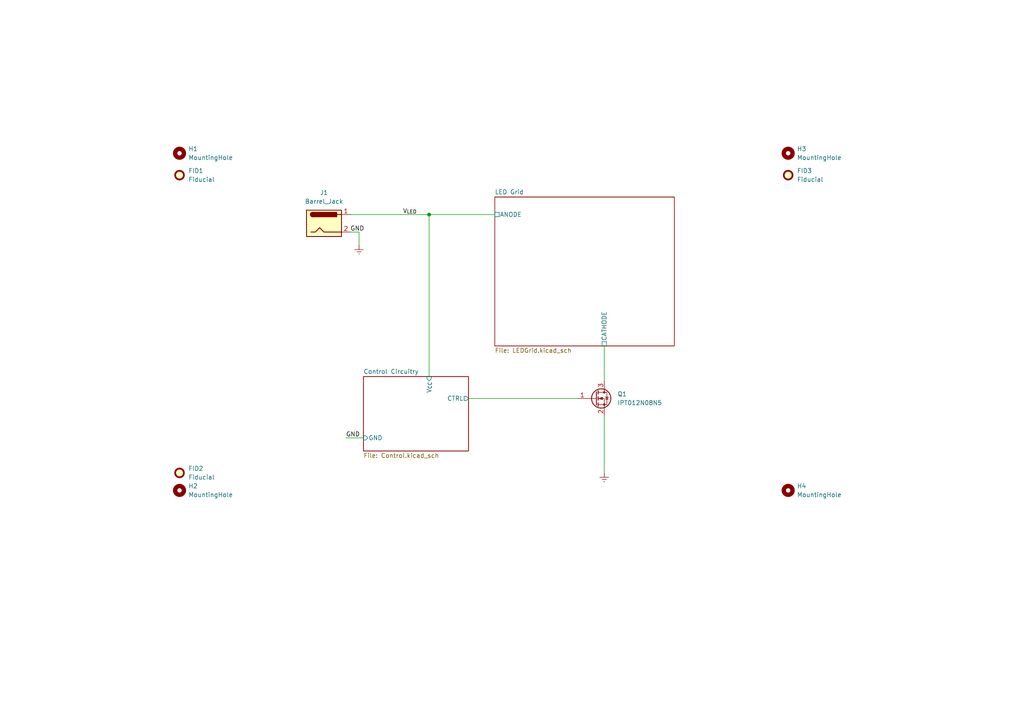
<source format=kicad_sch>
(kicad_sch (version 20211123) (generator eeschema)
  (paper "A4")
  (lib_symbols
    (symbol "Connector:Barrel_Jack" (pin_names (offset 1.016))
      (property "Reference" "J" (at 0 5.334 0))
      (property "Value" "Barrel_Jack" (at 0 -5.08 0))
      (symbol "Barrel_Jack_0_1"
        (rectangle (start -5.08 3.81) (end 5.08 -3.81) (stroke (width 0.254)) (fill (type background)))
        (arc (start -3.302 3.175) (mid -3.937 2.54) (end -3.302 1.905) (stroke (width 0.254)))
        (arc (start -3.302 3.175) (mid -3.937 2.54) (end -3.302 1.905) (stroke (width 0.254)) (fill (type outline)))
        (polyline (pts (xy 5.08 2.54) (xy 3.81 2.54)) (stroke (width 0.254)))
        (polyline (pts (xy -3.81 -2.54) (xy -2.54 -2.54) (xy -1.27 -1.27) (xy 0 -2.54) (xy 2.54 -2.54) (xy 5.08 -2.54)) (stroke (width 0.254)))
        (rectangle (start 3.683 3.175) (end -3.302 1.905) (stroke (width 0.254)) (fill (type outline)))
      )
      (symbol "Barrel_Jack_1_1"
        (pin passive line (at 7.62 2.54 180) (length 2.54) (name "~") (number "1"))
        (pin passive line (at 7.62 -2.54 180) (length 2.54) (name "~") (number "2"))
      )
    )
    (symbol "Mechanical:Fiducial"
      (property "Reference" "FID" (at 0 5.08 0))
      (property "Value" "Fiducial" (at 0 3.175 0))
      (symbol "Fiducial_0_1"
        (circle (center 0 0) (radius 1.27) (stroke (width 0.508)) (fill (type background)))
      )
    )
    (symbol "Mechanical:MountingHole" (pin_names (offset 1.016))
      (property "Reference" "H" (at 0 5.08 0))
      (property "Value" "MountingHole" (at 0 3.175 0))
      (symbol "MountingHole_0_1"
        (circle (center 0 0) (radius 1.27) (stroke (width 1.27)))
      )
    )
    (symbol "Transistor_FET:IPT012N08N5" (pin_names hide)
      (property "Reference" "Q" (at 5.08 1.905 0))
      (property "Value" "IPT012N08N5" (at 5.08 0 0))
      (symbol "IPT012N08N5_0_1"
        (polyline (pts (xy 0.254 0) (xy -2.54 0)))
        (polyline (pts (xy 0.254 1.905) (xy 0.254 -1.905)) (stroke (width 0.254)))
        (polyline (pts (xy 0.762 -1.27) (xy 0.762 -2.286)) (stroke (width 0.254)))
        (polyline (pts (xy 0.762 0.508) (xy 0.762 -0.508)) (stroke (width 0.254)))
        (polyline (pts (xy 0.762 2.286) (xy 0.762 1.27)) (stroke (width 0.254)))
        (polyline (pts (xy 2.54 2.54) (xy 2.54 1.778)))
        (polyline (pts (xy 2.54 -2.54) (xy 2.54 0) (xy 0.762 0)))
        (polyline (pts (xy 0.762 -1.778) (xy 3.302 -1.778) (xy 3.302 1.778) (xy 0.762 1.778)))
        (polyline (pts (xy 1.016 0) (xy 2.032 0.381) (xy 2.032 -0.381) (xy 1.016 0)) (fill (type outline)))
        (polyline (pts (xy 2.794 0.508) (xy 2.921 0.381) (xy 3.683 0.381) (xy 3.81 0.254)))
        (polyline (pts (xy 3.302 0.381) (xy 2.921 -0.254) (xy 3.683 -0.254) (xy 3.302 0.381)))
        (circle (center 1.651 0) (radius 2.794) (stroke (width 0.254)))
        (circle (center 2.54 -1.778) (radius 0.254) (fill (type outline)))
        (circle (center 2.54 1.778) (radius 0.254) (fill (type outline)))
      )
      (symbol "IPT012N08N5_1_1"
        (pin input line (at -5.08 0 0) (length 2.54) (name "G") (number "1"))
        (pin passive line (at 2.54 -5.08 90) (length 2.54) (name "S") (number "2"))
        (pin passive line (at 2.54 5.08 270) (length 2.54) (name "D") (number "3"))
      )
    )
    (symbol "power:Earth" (power) (pin_names (offset 0))
      (symbol "Earth_0_1"
        (polyline (pts (xy -0.635 -1.905) (xy 0.635 -1.905)))
        (polyline (pts (xy -0.127 -2.54) (xy 0.127 -2.54)))
        (polyline (pts (xy 0 -1.27) (xy 0 0)))
        (polyline (pts (xy 1.27 -1.27) (xy -1.27 -1.27)))
      )
      (symbol "Earth_1_1"
        (pin power_in line (at 0 0 270) (length 0) hide (name "Earth") (number "1"))
      )
    )
  )
  (junction (at 124.46 62.23))
  (wire (pts (xy 175.26 120.65) (xy 175.26 137.16)))
  (wire (pts (xy 104.14 67.31) (xy 104.14 71.12)))
  (wire (pts (xy 101.6 62.23) (xy 124.46 62.23)))
  (wire (pts (xy 135.89 115.57) (xy 167.64 115.57)))
  (wire (pts (xy 101.6 67.31) (xy 104.14 67.31)))
  (wire (pts (xy 124.46 62.23) (xy 143.51 62.23)))
  (wire (pts (xy 124.46 109.22) (xy 124.46 62.23)))
  (wire (pts (xy 100.33 127) (xy 105.41 127)))
  (wire (pts (xy 175.26 100.33) (xy 175.26 110.49)))
  (label "GND" (at 101.6 67.31 0))
  (label "V_{LED}" (at 116.84 62.23 0))
  (label "GND" (at 100.33 127 0))
  (symbol (lib_id "Mechanical:Fiducial") (at 52.07 137.16 0) (unit 1)
    (property "Reference" "FID2" (at 54.61 135.8899 0) (effects (justify left)))
    (property "Value" "Fiducial" (at 54.61 138.4299 0) (effects (justify left)))
    (property "Footprint" "Fiducial:Fiducial_1mm_Mask2mm" (effects hide))
  )
  (symbol (lib_id "Transistor_FET:IPT012N08N5") (at 172.72 115.57 0) (unit 1)
    (property "Reference" "Q1" (at 179.07 114.2999 0) (effects (justify left)))
    (property "Value" "IPT012N08N5" (at 179.07 116.8399 0) (effects (justify left)))
    (property "Footprint" "Package_TO_SOT_SMD:Infineon_PG-HSOF-8-1" (effects hide))
    (property "Datasheet" "http://www.infineon.com/dgdl/Infineon-IPT012N08N5-DS-v02_01-EN.pdf?fileId=5546d4624a75e5f1014aca59127a1eb9" (effects hide))
  )
  (symbol (lib_id "Mechanical:Fiducial") (at 52.07 50.8 0) (unit 1)
    (property "Reference" "FID1" (at 54.61 49.5299 0) (effects (justify left)))
    (property "Value" "Fiducial" (at 54.61 52.0699 0) (effects (justify left)))
    (property "Footprint" "Fiducial:Fiducial_1mm_Mask2mm" (effects hide))
  )
  (symbol (lib_id "Mechanical:Fiducial") (at 228.6 50.8 0) (unit 1)
    (property "Reference" "FID3" (at 231.14 49.5299 0) (effects (justify left)))
    (property "Value" "Fiducial" (at 231.14 52.0699 0) (effects (justify left)))
    (property "Footprint" "Fiducial:Fiducial_1mm_Mask2mm" (effects hide))
  )
  (symbol (lib_id "Mechanical:MountingHole") (at 52.07 142.24 0) (unit 1)
    (property "Reference" "H2" (at 54.61 140.9699 0) (effects (justify left)))
    (property "Value" "MountingHole" (at 54.61 143.5099 0) (effects (justify left)))
    (property "Footprint" "MountingHole:MountingHole_2.7mm_M2.5_ISO7380" (effects hide))
  )
  (symbol (lib_id "Mechanical:MountingHole") (at 228.6 44.45 0) (unit 1)
    (property "Reference" "H3" (at 231.14 43.1799 0) (effects (justify left)))
    (property "Value" "MountingHole" (at 231.14 45.7199 0) (effects (justify left)))
    (property "Footprint" "MountingHole:MountingHole_2.7mm_M2.5_ISO7380" (effects hide))
  )
  (symbol (lib_id "power:Earth") (at 104.14 71.12 0) (unit 1)
    (property "Reference" "#PWR01" (effects hide))
    (property "Value" "Earth" (effects hide))
  )
  (symbol (lib_id "Connector:Barrel_Jack") (at 93.98 64.77 0) (unit 1)
    (property "Reference" "J1" (at 93.98 55.88 0))
    (property "Value" "Barrel_Jack" (at 93.98 58.42 0))
    (property "Footprint" "Connector_BarrelJack:BarrelJack_GCT_DCJ200-10-A_Horizontal" (effects hide))
  )
  (symbol (lib_id "power:Earth") (at 175.26 137.16 0) (unit 1)
    (property "Reference" "#PWR03" (effects hide))
    (property "Value" "Earth" (effects hide))
  )
  (symbol (lib_id "Mechanical:MountingHole") (at 52.07 44.45 0) (unit 1)
    (property "Reference" "H1" (at 54.61 43.1799 0) (effects (justify left)))
    (property "Value" "MountingHole" (at 54.61 45.7199 0) (effects (justify left)))
    (property "Footprint" "MountingHole:MountingHole_2.7mm_M2.5_ISO7380" (effects hide))
  )
  (symbol (lib_id "Mechanical:MountingHole") (at 228.6 142.24 0) (unit 1)
    (property "Reference" "H4" (at 231.14 140.9699 0) (effects (justify left)))
    (property "Value" "MountingHole" (at 231.14 143.5099 0) (effects (justify left)))
    (property "Footprint" "MountingHole:MountingHole_2.7mm_M2.5_ISO7380" (effects hide))
  )
  (sheet (at 143.51 57.15) (size 52.07 43.18) (stroke (width 0.1524))
    (property "Sheet name" "LED Grid" (at 143.51 56.4384 0) (effects (justify left bottom)))
    (property "Sheet file" "LEDGrid.kicad_sch" (at 143.51 100.9146 0) (effects (justify left top)))
    (pin "CATHODE" passive (at 175.26 100.33 270))
    (pin "ANODE" passive (at 143.51 62.23 180))
  )
  (sheet (at 105.41 109.22) (size 30.48 21.59) (stroke (width 0.1524))
    (property "Sheet name" "Control Circuitry" (at 105.41 108.5084 0) (effects (justify left bottom)))
    (property "Sheet file" "Control.kicad_sch" (at 105.41 131.3946 0) (effects (justify left top)))
    (pin "GND" input (at 105.41 127 180))
    (pin "CTRL" output (at 135.89 115.57 0))
    (pin "V_{CC}" input (at 124.46 109.22 90))
  )
)
</source>
